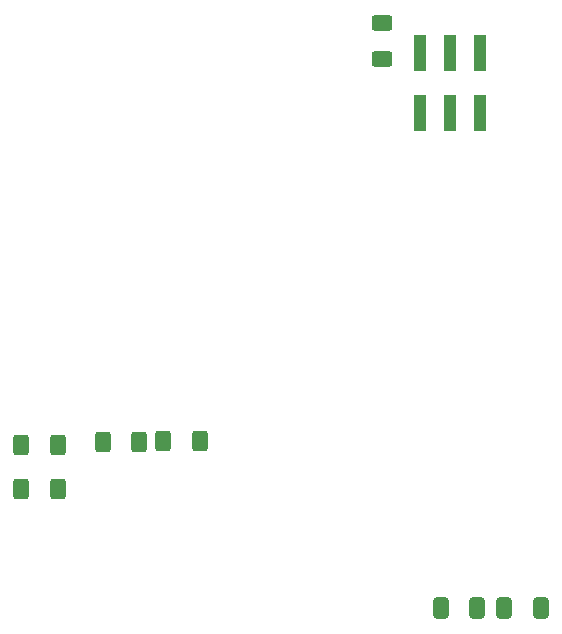
<source format=gbr>
%TF.GenerationSoftware,KiCad,Pcbnew,8.0.1-rc1*%
%TF.CreationDate,2024-11-22T07:55:53-08:00*%
%TF.ProjectId,AMS - CANBus Sensor - Vacuum,414d5320-2d20-4434-914e-427573205365,rev?*%
%TF.SameCoordinates,Original*%
%TF.FileFunction,Paste,Top*%
%TF.FilePolarity,Positive*%
%FSLAX46Y46*%
G04 Gerber Fmt 4.6, Leading zero omitted, Abs format (unit mm)*
G04 Created by KiCad (PCBNEW 8.0.1-rc1) date 2024-11-22 07:55:53*
%MOMM*%
%LPD*%
G01*
G04 APERTURE LIST*
G04 Aperture macros list*
%AMRoundRect*
0 Rectangle with rounded corners*
0 $1 Rounding radius*
0 $2 $3 $4 $5 $6 $7 $8 $9 X,Y pos of 4 corners*
0 Add a 4 corners polygon primitive as box body*
4,1,4,$2,$3,$4,$5,$6,$7,$8,$9,$2,$3,0*
0 Add four circle primitives for the rounded corners*
1,1,$1+$1,$2,$3*
1,1,$1+$1,$4,$5*
1,1,$1+$1,$6,$7*
1,1,$1+$1,$8,$9*
0 Add four rect primitives between the rounded corners*
20,1,$1+$1,$2,$3,$4,$5,0*
20,1,$1+$1,$4,$5,$6,$7,0*
20,1,$1+$1,$6,$7,$8,$9,0*
20,1,$1+$1,$8,$9,$2,$3,0*%
G04 Aperture macros list end*
%ADD10RoundRect,0.250000X-0.412500X-0.650000X0.412500X-0.650000X0.412500X0.650000X-0.412500X0.650000X0*%
%ADD11RoundRect,0.250000X-0.400000X-0.625000X0.400000X-0.625000X0.400000X0.625000X-0.400000X0.625000X0*%
%ADD12R,1.000000X3.150000*%
%ADD13RoundRect,0.250000X0.412500X0.650000X-0.412500X0.650000X-0.412500X-0.650000X0.412500X-0.650000X0*%
%ADD14RoundRect,0.250000X0.625000X-0.400000X0.625000X0.400000X-0.625000X0.400000X-0.625000X-0.400000X0*%
G04 APERTURE END LIST*
D10*
%TO.C,C3*%
X151058600Y-115592400D03*
X154183600Y-115592400D03*
%TD*%
D11*
%TO.C,R17*%
X127568600Y-101447900D03*
X130668600Y-101447900D03*
%TD*%
%TO.C,R16*%
X122436000Y-101475200D03*
X125536000Y-101475200D03*
%TD*%
D12*
%TO.C,J4*%
X154355600Y-68596200D03*
X154355600Y-73646200D03*
X151815600Y-68596200D03*
X151815600Y-73646200D03*
X149275600Y-68596200D03*
X149275600Y-73646200D03*
%TD*%
D11*
%TO.C,R19*%
X115539900Y-105468100D03*
X118639900Y-105468100D03*
%TD*%
D13*
%TO.C,C5*%
X159583600Y-115580100D03*
X156458600Y-115580100D03*
%TD*%
D11*
%TO.C,R18*%
X115545200Y-101795800D03*
X118645200Y-101795800D03*
%TD*%
D14*
%TO.C,R5*%
X146060400Y-69117100D03*
X146060400Y-66017100D03*
%TD*%
M02*

</source>
